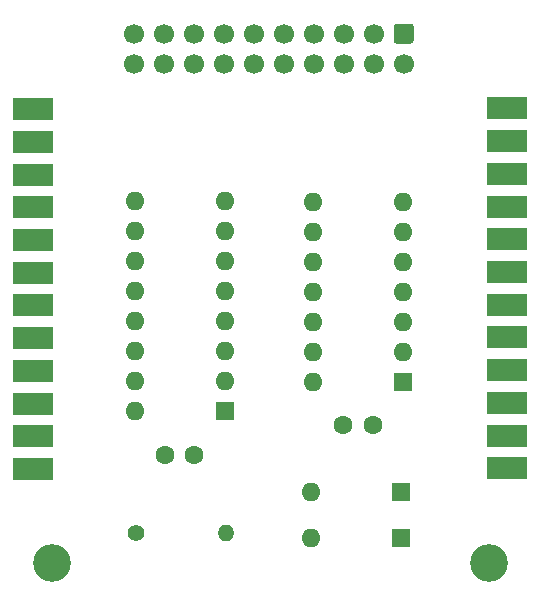
<source format=gbr>
%TF.GenerationSoftware,KiCad,Pcbnew,(5.1.9)-1*%
%TF.CreationDate,2021-05-02T21:25:19-04:00*%
%TF.ProjectId,A-Max,412d4d61-782e-46b6-9963-61645f706362,1.0*%
%TF.SameCoordinates,Original*%
%TF.FileFunction,Soldermask,Top*%
%TF.FilePolarity,Negative*%
%FSLAX46Y46*%
G04 Gerber Fmt 4.6, Leading zero omitted, Abs format (unit mm)*
G04 Created by KiCad (PCBNEW (5.1.9)-1) date 2021-05-02 21:25:19*
%MOMM*%
%LPD*%
G01*
G04 APERTURE LIST*
%ADD10C,1.600000*%
%ADD11C,3.200000*%
%ADD12R,3.480000X1.846667*%
%ADD13O,1.600000X1.600000*%
%ADD14R,1.600000X1.600000*%
%ADD15O,1.400000X1.400000*%
%ADD16C,1.400000*%
%ADD17C,1.700000*%
G04 APERTURE END LIST*
D10*
%TO.C,C2*%
X147158000Y-116343000D03*
X144658000Y-116343000D03*
%TD*%
%TO.C,C1*%
X132078000Y-118833000D03*
X129578000Y-118833000D03*
%TD*%
D11*
%TO.C,Hole2*%
X157000000Y-128000000D03*
%TD*%
D12*
%TO.C,J1*%
X118444000Y-89580000D03*
X118444000Y-92350000D03*
X118444000Y-95120000D03*
X118444000Y-97890000D03*
X118444000Y-100660000D03*
X118444000Y-103430000D03*
X118444000Y-106200000D03*
X118444000Y-108970000D03*
X118444000Y-111740000D03*
X118444000Y-114510000D03*
X118444000Y-117280000D03*
X118444000Y-120050000D03*
%TD*%
%TO.C,J3*%
X158500000Y-119996000D03*
X158500000Y-117226000D03*
X158500000Y-114456000D03*
X158500000Y-111686000D03*
X158500000Y-108916000D03*
X158500000Y-106146000D03*
X158500000Y-103376000D03*
X158500000Y-100606000D03*
X158500000Y-97836000D03*
X158500000Y-95066000D03*
X158500000Y-92296000D03*
X158500000Y-89526000D03*
%TD*%
D13*
%TO.C,D1*%
X141948000Y-125893000D03*
D14*
X149568000Y-125893000D03*
%TD*%
D11*
%TO.C,Hole1*%
X120000000Y-128000000D03*
%TD*%
D15*
%TO.C,R460*%
X134771000Y-125511000D03*
D16*
X127151000Y-125511000D03*
%TD*%
D13*
%TO.C,D2*%
X141948000Y-121993000D03*
D14*
X149568000Y-121993000D03*
%TD*%
D17*
%TO.C,J2*%
X126940000Y-85733000D03*
X129480000Y-85733000D03*
X132020000Y-85733000D03*
X134560000Y-85733000D03*
X137100000Y-85733000D03*
X139640000Y-85733000D03*
X142180000Y-85733000D03*
X144720000Y-85733000D03*
X147260000Y-85733000D03*
X149800000Y-85733000D03*
X126940000Y-83193000D03*
X129480000Y-83193000D03*
X132020000Y-83193000D03*
X134560000Y-83193000D03*
X137100000Y-83193000D03*
X139640000Y-83193000D03*
X142180000Y-83193000D03*
X144720000Y-83193000D03*
X147260000Y-83193000D03*
G36*
G01*
X149200000Y-82343000D02*
X150400000Y-82343000D01*
G75*
G02*
X150650000Y-82593000I0J-250000D01*
G01*
X150650000Y-83793000D01*
G75*
G02*
X150400000Y-84043000I-250000J0D01*
G01*
X149200000Y-84043000D01*
G75*
G02*
X148950000Y-83793000I0J250000D01*
G01*
X148950000Y-82593000D01*
G75*
G02*
X149200000Y-82343000I250000J0D01*
G01*
G37*
%TD*%
D13*
%TO.C,U2*%
X142137000Y-112684000D03*
X149757000Y-97444000D03*
X142137000Y-110144000D03*
X149757000Y-99984000D03*
X142137000Y-107604000D03*
X149757000Y-102524000D03*
X142137000Y-105064000D03*
X149757000Y-105064000D03*
X142137000Y-102524000D03*
X149757000Y-107604000D03*
X142137000Y-99984000D03*
X149757000Y-110144000D03*
X142137000Y-97444000D03*
D14*
X149757000Y-112684000D03*
%TD*%
D13*
%TO.C,U1*%
X127054000Y-115168000D03*
X134674000Y-97388000D03*
X127054000Y-112628000D03*
X134674000Y-99928000D03*
X127054000Y-110088000D03*
X134674000Y-102468000D03*
X127054000Y-107548000D03*
X134674000Y-105008000D03*
X127054000Y-105008000D03*
X134674000Y-107548000D03*
X127054000Y-102468000D03*
X134674000Y-110088000D03*
X127054000Y-99928000D03*
X134674000Y-112628000D03*
X127054000Y-97388000D03*
D14*
X134674000Y-115168000D03*
%TD*%
M02*

</source>
